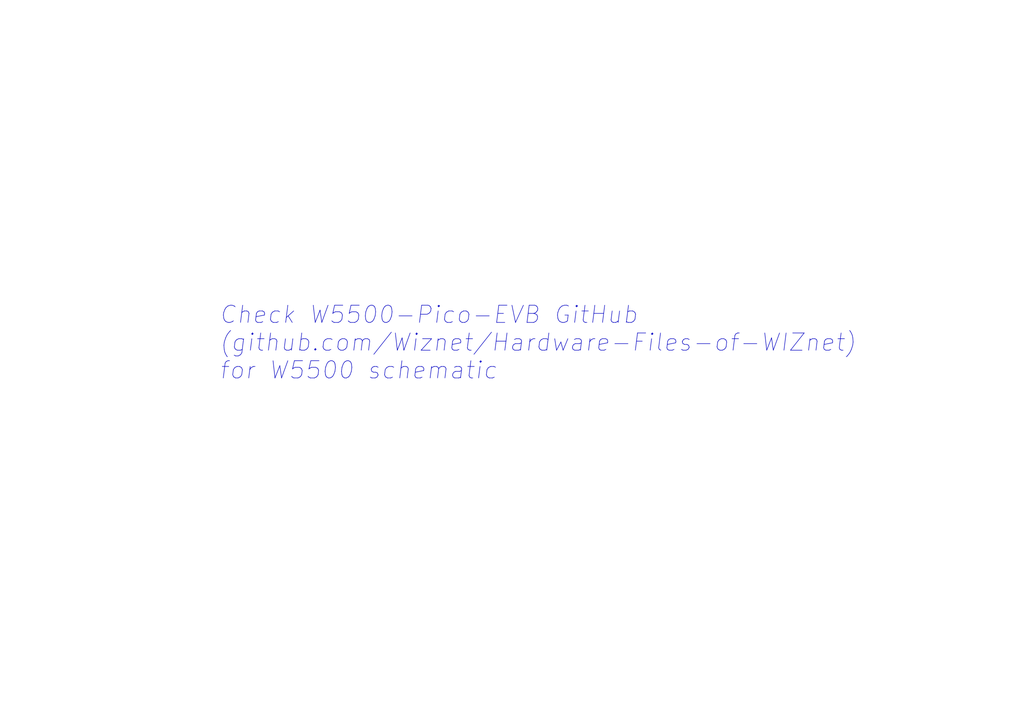
<source format=kicad_sch>
(kicad_sch (version 20211123) (generator eeschema)
  (paper "A4")
  (title_block (title "Wiznet W5500 Ethernet Controller") (date "2022-06-27") (rev "A") (company "Tampere University") (comment 1 "Christian Kaarre"))
  (lib_symbols)
  (text "Check W5500-Pico-EVB GitHub \n(github.com/Wiznet/Hardware-Files-of-WIZnet) \nfor W5500 schematic " (at 63.5 110.49 0) (effects (font (size 5 5) italic) (justify left bottom)))
)
</source>
